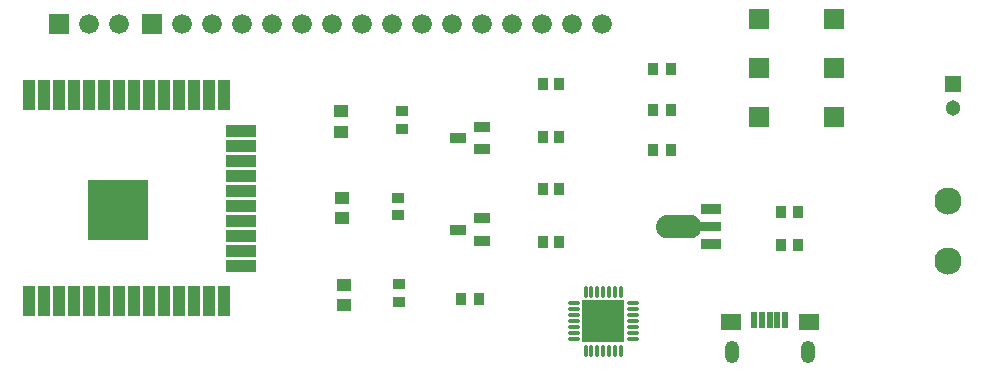
<source format=gts>
G04 Layer: TopSolderMaskLayer*
G04 EasyEDA v6.5.51, 2025-11-13 11:15:01*
G04 eeee07b8e3394328a7c479296e6499dd,d08b7503fb3042b1851704d71a85d887,10*
G04 Gerber Generator version 0.2*
G04 Scale: 100 percent, Rotated: No, Reflected: No *
G04 Dimensions in millimeters *
G04 leading zeros omitted , absolute positions ,4 integer and 5 decimal *
%FSLAX45Y45*%
%MOMM*%

%AMMACRO1*4,1,8,-0.4211,-0.5008,-0.4508,-0.471,-0.4508,0.4711,-0.4211,0.5008,0.421,0.5008,0.4508,0.4711,0.4508,-0.471,0.421,-0.5008,-0.4211,-0.5008,0*%
%AMMACRO2*4,1,8,-0.6211,-0.6508,-0.6508,-0.621,-0.6508,0.6211,-0.6211,0.6508,0.621,0.6508,0.6508,0.6211,0.6508,-0.621,0.621,-0.6508,-0.6211,-0.6508,0*%
%AMMACRO3*4,1,8,-0.8085,-0.8382,-0.8382,-0.8084,-0.8382,0.8085,-0.8085,0.8382,0.8084,0.8382,0.8382,0.8085,0.8382,-0.8084,0.8084,-0.8382,-0.8085,-0.8382,0*%
%AMMACRO4*4,1,8,-0.5211,-0.5008,-0.5508,-0.471,-0.5508,0.471,-0.5211,0.5008,0.521,0.5008,0.5508,0.471,0.5508,-0.471,0.521,-0.5008,-0.5211,-0.5008,0*%
%AMMACRO5*4,1,8,-0.8086,-0.3868,-0.8383,-0.357,-0.8383,0.357,-0.8086,0.3868,0.8085,0.3868,0.8383,0.357,0.8383,-0.357,0.8085,-0.3868,-0.8086,-0.3868,0*%
%AMMACRO6*4,1,8,-0.646,-0.4008,-0.6758,-0.371,-0.6758,0.3711,-0.646,0.4008,0.646,0.4008,0.6758,0.3711,0.6758,-0.371,0.646,-0.4008,-0.646,-0.4008,0*%
%AMMACRO7*4,1,8,-0.4243,-0.4828,-0.454,-0.453,-0.454,0.4531,-0.4243,0.4828,0.4243,0.4828,0.454,0.4531,0.454,-0.453,0.4243,-0.4828,-0.4243,-0.4828,0*%
%AMMACRO8*4,1,8,-0.4531,-0.454,-0.4828,-0.4243,-0.4828,0.4243,-0.4531,0.454,0.453,0.454,0.4828,0.4243,0.4828,-0.4243,0.453,-0.454,-0.4531,-0.454,0*%
%AMMACRO9*4,1,8,-1.7711,-1.8008,-1.8008,-1.771,-1.8008,1.7711,-1.7711,1.8008,1.771,1.8008,1.8008,1.7711,1.8008,-1.771,1.771,-1.8008,-1.7711,-1.8008,0*%
%AMMACRO10*4,1,8,-0.471,-1.2508,-0.5008,-1.221,-0.5008,1.2211,-0.471,1.2508,0.471,1.2508,0.5008,1.2211,0.5008,-1.221,0.471,-1.2508,-0.471,-1.2508,0*%
%AMMACRO11*4,1,8,-1.2211,-0.5008,-1.2508,-0.471,-1.2508,0.4711,-1.2211,0.5008,1.221,0.5008,1.2508,0.4711,1.2508,-0.471,1.221,-0.5008,-1.2211,-0.5008,0*%
%AMMACRO12*4,1,8,-2.5211,-2.5508,-2.5508,-2.521,-2.5508,2.5211,-2.5211,2.5508,2.521,2.5508,2.5508,2.5211,2.5508,-2.521,2.521,-2.5508,-2.5211,-2.5508,0*%
%AMMACRO13*4,1,8,-0.2207,-0.7,-0.25,-0.6707,-0.25,0.6707,-0.2207,0.7,0.2207,0.7,0.25,0.6707,0.25,-0.6707,0.2207,-0.7,-0.2207,-0.7,0*%
%AMMACRO14*4,1,8,-0.8207,-0.65,-0.85,-0.6207,-0.85,0.6207,-0.8207,0.65,0.8207,0.65,0.85,0.6207,0.85,-0.6207,0.8207,-0.65,-0.8207,-0.65,0*%
%ADD10MACRO1*%
%ADD11MACRO2*%
%ADD12C,1.3016*%
%ADD13MACRO3*%
%ADD14C,1.6764*%
%ADD15C,0.0114*%
%ADD16MACRO4*%
%ADD17MACRO5*%
%ADD18MACRO6*%
%ADD19MACRO7*%
%ADD20MACRO8*%
%ADD21MACRO9*%
%ADD22O,0.38161X1.001598*%
%ADD23O,1.001598X0.38161*%
%ADD24MACRO10*%
%ADD25MACRO11*%
%ADD26MACRO12*%
%ADD27C,2.3000*%
%ADD28MACRO13*%
%ADD29MACRO14*%
%ADD30O,1.200023X1.900022*%

%LPD*%
D10*
G01*
X7334399Y7048500D03*
G01*
X7194400Y7048500D03*
G01*
X7334399Y7327900D03*
G01*
X7194400Y7327900D03*
G01*
X5315099Y7073900D03*
G01*
X5175100Y7073900D03*
G01*
X5315099Y7962900D03*
G01*
X5175100Y7962900D03*
G01*
X5315099Y7518400D03*
G01*
X5175100Y7518400D03*
G01*
X5315099Y8407400D03*
G01*
X5175100Y8407400D03*
D11*
G01*
X8648700Y8405799D03*
D12*
G01*
X8648700Y8205800D03*
D13*
G01*
X1866900Y8915400D03*
D14*
G01*
X2120900Y8915400D03*
G01*
X2374900Y8915400D03*
G01*
X2628900Y8915400D03*
G01*
X2882900Y8915400D03*
G01*
X3136900Y8915400D03*
G01*
X3390900Y8915400D03*
G01*
X3644900Y8915400D03*
G01*
X3898900Y8915400D03*
G01*
X4152900Y8915400D03*
G01*
X4406900Y8915400D03*
G01*
X4660900Y8915400D03*
G01*
X4914900Y8915400D03*
G01*
X5168900Y8915400D03*
G01*
X5422900Y8915400D03*
G01*
X5676900Y8915400D03*
D13*
G01*
X1079500Y8915400D03*
D14*
G01*
X1333500Y8915400D03*
G01*
X1587500Y8915400D03*
D13*
G01*
X7010400Y8959850D03*
G01*
X7010400Y8543925D03*
G01*
X7010400Y8128000D03*
G01*
X7645400Y8959850D03*
G01*
X7645400Y8543925D03*
G01*
X7645400Y8128000D03*
D16*
G01*
X3492500Y6709437D03*
G01*
X3492500Y6539438D03*
G01*
X3479800Y7444640D03*
G01*
X3479800Y7274641D03*
G01*
X3467100Y8174890D03*
G01*
X3467100Y8004891D03*
D17*
G01*
X6599930Y7050913D03*
G01*
X6599930Y7350912D03*
G36*
X6235979Y7100879D02*
G01*
X6235860Y7100882D01*
X6231407Y7100989D01*
X6231176Y7100999D01*
X6226733Y7101311D01*
X6226500Y7101331D01*
X6222075Y7101852D01*
X6221844Y7101885D01*
X6217450Y7102612D01*
X6217216Y7102657D01*
X6212860Y7103592D01*
X6212634Y7103645D01*
X6208328Y7104781D01*
X6208102Y7104847D01*
X6203853Y7106183D01*
X6203632Y7106259D01*
X6199451Y7107793D01*
X6199230Y7107880D01*
X6195126Y7109609D01*
X6194915Y7109703D01*
X6190894Y7111621D01*
X6190683Y7111728D01*
X6186759Y7113833D01*
X6186556Y7113950D01*
X6182733Y7116239D01*
X6182535Y7116363D01*
X6178824Y7118827D01*
X6178633Y7118959D01*
X6175042Y7121593D01*
X6174854Y7121738D01*
X6171392Y7124537D01*
X6171211Y7124689D01*
X6167881Y7127651D01*
X6167711Y7127811D01*
X6164526Y7130922D01*
X6164364Y7131088D01*
X6161326Y7134346D01*
X6161168Y7134522D01*
X6158288Y7137918D01*
X6158141Y7138101D01*
X6155423Y7141629D01*
X6155286Y7141819D01*
X6152735Y7145472D01*
X6152603Y7145667D01*
X6150229Y7149434D01*
X6150109Y7149635D01*
X6147912Y7153511D01*
X6147803Y7153716D01*
X6145789Y7157689D01*
X6145687Y7157902D01*
X6143863Y7161966D01*
X6143772Y7162180D01*
X6142139Y7166322D01*
X6142057Y7166546D01*
X6140622Y7170762D01*
X6140551Y7170983D01*
X6139314Y7175263D01*
X6139256Y7175492D01*
X6138222Y7179825D01*
X6138174Y7180054D01*
X6137343Y7184428D01*
X6137302Y7184659D01*
X6136678Y7189071D01*
X6136652Y7189304D01*
X6136236Y7193739D01*
X6136218Y7193973D01*
X6136010Y7198420D01*
X6136004Y7198654D01*
X6136004Y7203109D01*
X6136010Y7203343D01*
X6136218Y7207791D01*
X6136236Y7208024D01*
X6136652Y7212459D01*
X6136678Y7212693D01*
X6137302Y7217105D01*
X6137343Y7217336D01*
X6138174Y7221710D01*
X6138222Y7221938D01*
X6139256Y7226272D01*
X6139314Y7226500D01*
X6140551Y7230780D01*
X6140622Y7231001D01*
X6142057Y7235217D01*
X6142139Y7235441D01*
X6143772Y7239584D01*
X6143863Y7239797D01*
X6145687Y7243861D01*
X6145789Y7244074D01*
X6147803Y7248047D01*
X6147912Y7248253D01*
X6150109Y7252129D01*
X6150229Y7252329D01*
X6152603Y7256096D01*
X6152735Y7256292D01*
X6155286Y7259944D01*
X6155423Y7260135D01*
X6158141Y7263663D01*
X6158288Y7263846D01*
X6161168Y7267242D01*
X6161326Y7267417D01*
X6164364Y7270676D01*
X6164526Y7270841D01*
X6167711Y7273952D01*
X6167881Y7274112D01*
X6171211Y7277074D01*
X6171392Y7277227D01*
X6174854Y7280026D01*
X6175042Y7280170D01*
X6178633Y7282804D01*
X6178824Y7282936D01*
X6182535Y7285400D01*
X6182733Y7285525D01*
X6186556Y7287813D01*
X6186759Y7287930D01*
X6190683Y7290036D01*
X6190894Y7290142D01*
X6194915Y7292060D01*
X6195126Y7292154D01*
X6199230Y7293884D01*
X6199451Y7293970D01*
X6203632Y7295504D01*
X6203853Y7295581D01*
X6208102Y7296917D01*
X6208328Y7296983D01*
X6212634Y7298118D01*
X6212860Y7298171D01*
X6217216Y7299106D01*
X6217450Y7299152D01*
X6221844Y7299878D01*
X6222075Y7299911D01*
X6226500Y7300432D01*
X6226733Y7300452D01*
X6231176Y7300765D01*
X6231407Y7300775D01*
X6235860Y7300882D01*
X6235979Y7300884D01*
X6421399Y7300884D01*
X6421518Y7300882D01*
X6425971Y7300775D01*
X6426202Y7300765D01*
X6430645Y7300452D01*
X6430878Y7300432D01*
X6435303Y7299911D01*
X6435534Y7299878D01*
X6439928Y7299152D01*
X6440162Y7299106D01*
X6444518Y7298171D01*
X6444744Y7298118D01*
X6449049Y7296983D01*
X6449275Y7296917D01*
X6453525Y7295581D01*
X6453746Y7295504D01*
X6457927Y7293970D01*
X6458148Y7293884D01*
X6462252Y7292154D01*
X6462463Y7292060D01*
X6466484Y7290142D01*
X6466695Y7290036D01*
X6470619Y7287930D01*
X6470822Y7287813D01*
X6474645Y7285525D01*
X6474843Y7285400D01*
X6478554Y7282936D01*
X6478744Y7282804D01*
X6482336Y7280170D01*
X6482524Y7280026D01*
X6485986Y7277227D01*
X6486166Y7277074D01*
X6489496Y7274112D01*
X6489666Y7273952D01*
X6492852Y7270841D01*
X6493014Y7270676D01*
X6496052Y7267417D01*
X6496210Y7267242D01*
X6499090Y7263846D01*
X6499237Y7263663D01*
X6501955Y7260135D01*
X6502092Y7259944D01*
X6504642Y7256292D01*
X6504774Y7256096D01*
X6507149Y7252329D01*
X6507269Y7252129D01*
X6509466Y7248253D01*
X6509575Y7248047D01*
X6511589Y7244074D01*
X6511693Y7243856D01*
X6511787Y7243632D01*
X6511871Y7243404D01*
X6511942Y7243170D01*
X6512003Y7242934D01*
X6512935Y7238885D01*
X6678686Y7238885D01*
X6679176Y7238862D01*
X6679661Y7238789D01*
X6680139Y7238669D01*
X6680601Y7238504D01*
X6681043Y7238296D01*
X6681464Y7238042D01*
X6681858Y7237750D01*
X6682221Y7237420D01*
X6682552Y7237056D01*
X6682844Y7236663D01*
X6683098Y7236241D01*
X6683306Y7235799D01*
X6683471Y7235337D01*
X6683590Y7234859D01*
X6683664Y7234374D01*
X6683687Y7233884D01*
X6683687Y7167885D01*
X6683664Y7167394D01*
X6683590Y7166909D01*
X6683471Y7166432D01*
X6683306Y7165969D01*
X6683098Y7165527D01*
X6682844Y7165106D01*
X6682552Y7164712D01*
X6682221Y7164349D01*
X6681858Y7164019D01*
X6681464Y7163727D01*
X6681043Y7163473D01*
X6680601Y7163264D01*
X6680139Y7163099D01*
X6679661Y7162980D01*
X6679176Y7162906D01*
X6678686Y7162883D01*
X6512935Y7162883D01*
X6512003Y7158829D01*
X6511942Y7158593D01*
X6511871Y7158362D01*
X6511787Y7158131D01*
X6511693Y7157907D01*
X6511589Y7157689D01*
X6509575Y7153716D01*
X6509466Y7153511D01*
X6507269Y7149635D01*
X6507149Y7149434D01*
X6504774Y7145667D01*
X6504642Y7145472D01*
X6502092Y7141819D01*
X6501955Y7141629D01*
X6499237Y7138101D01*
X6499090Y7137918D01*
X6496210Y7134522D01*
X6496052Y7134346D01*
X6493014Y7131088D01*
X6492852Y7130922D01*
X6489666Y7127811D01*
X6489496Y7127651D01*
X6486166Y7124689D01*
X6485986Y7124537D01*
X6482524Y7121738D01*
X6482336Y7121593D01*
X6478744Y7118959D01*
X6478554Y7118827D01*
X6474843Y7116363D01*
X6474645Y7116239D01*
X6470822Y7113950D01*
X6470619Y7113833D01*
X6466695Y7111728D01*
X6466484Y7111621D01*
X6462463Y7109703D01*
X6462252Y7109609D01*
X6458148Y7107880D01*
X6457927Y7107793D01*
X6453746Y7106259D01*
X6453525Y7106183D01*
X6449275Y7104847D01*
X6449049Y7104781D01*
X6444744Y7103645D01*
X6444518Y7103592D01*
X6440162Y7102657D01*
X6439928Y7102612D01*
X6435534Y7101885D01*
X6435303Y7101852D01*
X6430878Y7101331D01*
X6430645Y7101311D01*
X6426202Y7100999D01*
X6425971Y7100989D01*
X6421518Y7100882D01*
X6421399Y7100879D01*
G37*
D18*
G01*
X4660005Y7855203D03*
G01*
X4660005Y8045194D03*
G01*
X4460006Y7950198D03*
G01*
X4660005Y7080503D03*
G01*
X4660005Y7270494D03*
G01*
X4460006Y7175498D03*
D19*
G01*
X4635331Y6591300D03*
G01*
X4484681Y6591300D03*
D20*
G01*
X3962400Y6710272D03*
G01*
X3962400Y6559622D03*
G01*
X3949700Y7445477D03*
G01*
X3949700Y7294827D03*
G01*
X3987800Y8175727D03*
G01*
X3987800Y8025077D03*
D21*
G01*
X5689605Y6400779D03*
D22*
G01*
X5839739Y6150787D03*
G01*
X5789701Y6150787D03*
G01*
X5739663Y6150787D03*
G01*
X5689625Y6150787D03*
G01*
X5639587Y6150787D03*
G01*
X5589549Y6150787D03*
G01*
X5539511Y6150787D03*
D23*
G01*
X5439613Y6250660D03*
G01*
X5439613Y6300698D03*
G01*
X5439613Y6350736D03*
G01*
X5439613Y6400774D03*
G01*
X5439613Y6450812D03*
G01*
X5439613Y6500850D03*
G01*
X5439613Y6550888D03*
D22*
G01*
X5539511Y6650786D03*
G01*
X5589549Y6650786D03*
G01*
X5639587Y6650786D03*
G01*
X5689625Y6650786D03*
G01*
X5739663Y6650786D03*
G01*
X5789701Y6650786D03*
G01*
X5839739Y6650786D03*
D23*
G01*
X5939612Y6550888D03*
G01*
X5939612Y6500850D03*
G01*
X5939612Y6450812D03*
G01*
X5939612Y6400774D03*
G01*
X5939612Y6350736D03*
G01*
X5939612Y6300698D03*
G01*
X5939612Y6250660D03*
D24*
G01*
X830689Y6572214D03*
G01*
X957689Y6572214D03*
G01*
X1084689Y6572214D03*
G01*
X1211689Y6572214D03*
G01*
X1338689Y6572214D03*
G01*
X1465689Y6572214D03*
G01*
X1592689Y6572214D03*
G01*
X1719689Y6572214D03*
G01*
X1846689Y6572214D03*
G01*
X1973689Y6572214D03*
G01*
X2100689Y6572214D03*
G01*
X2227689Y6572214D03*
G01*
X2354689Y6572214D03*
G01*
X2481689Y6572214D03*
D25*
G01*
X2623710Y6870701D03*
G01*
X2623710Y6997701D03*
G01*
X2623710Y7124701D03*
G01*
X2623710Y7251701D03*
G01*
X2623710Y7378701D03*
G01*
X2623685Y7505701D03*
G01*
X2623685Y7632701D03*
G01*
X2623685Y7759701D03*
G01*
X2623685Y7886701D03*
G01*
X2623685Y8013701D03*
D24*
G01*
X2481689Y8312185D03*
G01*
X2354689Y8312185D03*
G01*
X2227689Y8312185D03*
G01*
X2100689Y8312185D03*
G01*
X1973689Y8312185D03*
G01*
X1846689Y8312185D03*
G01*
X1719689Y8312185D03*
G01*
X1592689Y8312185D03*
G01*
X1465689Y8312185D03*
G01*
X1338689Y8312185D03*
G01*
X1211689Y8312185D03*
G01*
X1084689Y8312185D03*
G01*
X957689Y8312185D03*
G01*
X830689Y8312185D03*
D26*
G01*
X1584990Y7340499D03*
D27*
G01*
X8610600Y7416800D03*
G01*
X8610600Y6908800D03*
D28*
G01*
X6969302Y6408295D03*
G01*
X7229302Y6408295D03*
G01*
X7164301Y6408295D03*
G01*
X7099300Y6408295D03*
G01*
X7034301Y6408295D03*
D29*
G01*
X7429301Y6392296D03*
G01*
X6769303Y6392290D03*
D30*
G01*
X7419314Y6139306D03*
G01*
X6779310Y6139306D03*
D19*
G01*
X6260224Y8534400D03*
G01*
X6109575Y8534400D03*
G01*
X6260224Y8191500D03*
G01*
X6109575Y8191500D03*
G01*
X6260224Y7848600D03*
G01*
X6109575Y7848600D03*
M02*

</source>
